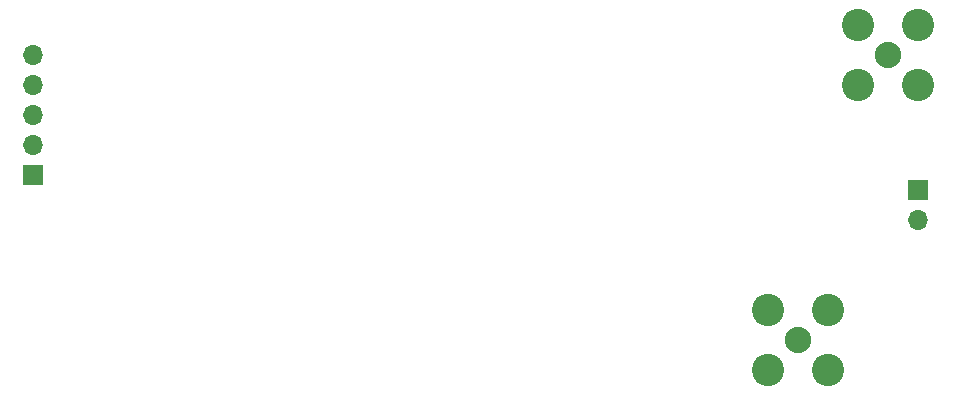
<source format=gbs>
%TF.GenerationSoftware,KiCad,Pcbnew,5.1.9-73d0e3b20d~88~ubuntu20.04.1*%
%TF.CreationDate,2021-08-29T02:04:36+07:00*%
%TF.ProjectId,rf_gpr,72665f67-7072-42e6-9b69-6361645f7063,rev?*%
%TF.SameCoordinates,Original*%
%TF.FileFunction,Soldermask,Bot*%
%TF.FilePolarity,Negative*%
%FSLAX46Y46*%
G04 Gerber Fmt 4.6, Leading zero omitted, Abs format (unit mm)*
G04 Created by KiCad (PCBNEW 5.1.9-73d0e3b20d~88~ubuntu20.04.1) date 2021-08-29 02:04:36*
%MOMM*%
%LPD*%
G01*
G04 APERTURE LIST*
%ADD10O,1.700000X1.700000*%
%ADD11R,1.700000X1.700000*%
%ADD12C,2.240000*%
%ADD13C,2.740000*%
G04 APERTURE END LIST*
D10*
%TO.C,Dummy*%
X157480000Y-86360000D03*
D11*
X157480000Y-83820000D03*
%TD*%
D12*
%TO.C,J3*%
X147320000Y-96520000D03*
D13*
X144780000Y-93980000D03*
X149860000Y-93980000D03*
X149860000Y-99060000D03*
X144780000Y-99060000D03*
%TD*%
D12*
%TO.C,J2*%
X154940000Y-72390000D03*
D13*
X152400000Y-69850000D03*
X157480000Y-69850000D03*
X157480000Y-74930000D03*
X152400000Y-74930000D03*
%TD*%
D10*
%TO.C,J1*%
X82550000Y-72390000D03*
X82550000Y-74930000D03*
X82550000Y-77470000D03*
X82550000Y-80010000D03*
D11*
X82550000Y-82550000D03*
%TD*%
M02*

</source>
